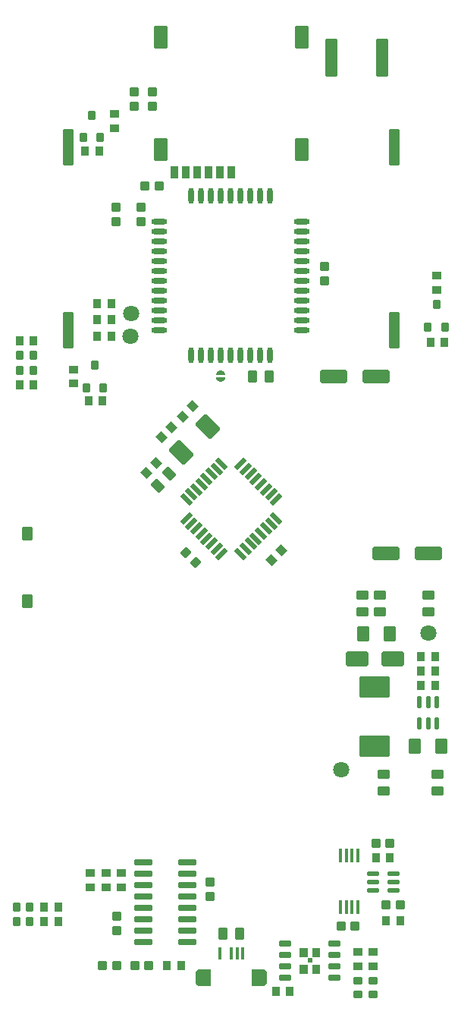
<source format=gbr>
G04*
G04 #@! TF.GenerationSoftware,Altium Limited,Altium Designer,23.0.1 (38)*
G04*
G04 Layer_Color=128*
%FSLAX25Y25*%
%MOIN*%
G70*
G04*
G04 #@! TF.SameCoordinates,5AACE2FC-F550-4568-A226-762E45A29E99*
G04*
G04*
G04 #@! TF.FilePolarity,Positive*
G04*
G01*
G75*
G04:AMPARAMS|DCode=18|XSize=41.34mil|YSize=31.5mil|CornerRadius=3.15mil|HoleSize=0mil|Usage=FLASHONLY|Rotation=0.000|XOffset=0mil|YOffset=0mil|HoleType=Round|Shape=RoundedRectangle|*
%AMROUNDEDRECTD18*
21,1,0.04134,0.02520,0,0,0.0*
21,1,0.03504,0.03150,0,0,0.0*
1,1,0.00630,0.01752,-0.01260*
1,1,0.00630,-0.01752,-0.01260*
1,1,0.00630,-0.01752,0.01260*
1,1,0.00630,0.01752,0.01260*
%
%ADD18ROUNDEDRECTD18*%
G04:AMPARAMS|DCode=20|XSize=53.15mil|YSize=165.35mil|CornerRadius=5.32mil|HoleSize=0mil|Usage=FLASHONLY|Rotation=180.000|XOffset=0mil|YOffset=0mil|HoleType=Round|Shape=RoundedRectangle|*
%AMROUNDEDRECTD20*
21,1,0.05315,0.15472,0,0,180.0*
21,1,0.04252,0.16535,0,0,180.0*
1,1,0.01063,-0.02126,0.07736*
1,1,0.01063,0.02126,0.07736*
1,1,0.01063,0.02126,-0.07736*
1,1,0.01063,-0.02126,-0.07736*
%
%ADD20ROUNDEDRECTD20*%
%ADD53C,0.07087*%
G04:AMPARAMS|DCode=63|XSize=35.43mil|YSize=39.37mil|CornerRadius=3.54mil|HoleSize=0mil|Usage=FLASHONLY|Rotation=90.000|XOffset=0mil|YOffset=0mil|HoleType=Round|Shape=RoundedRectangle|*
%AMROUNDEDRECTD63*
21,1,0.03543,0.03228,0,0,90.0*
21,1,0.02835,0.03937,0,0,90.0*
1,1,0.00709,0.01614,0.01417*
1,1,0.00709,0.01614,-0.01417*
1,1,0.00709,-0.01614,-0.01417*
1,1,0.00709,-0.01614,0.01417*
%
%ADD63ROUNDEDRECTD63*%
G04:AMPARAMS|DCode=64|XSize=35.43mil|YSize=39.37mil|CornerRadius=3.54mil|HoleSize=0mil|Usage=FLASHONLY|Rotation=0.000|XOffset=0mil|YOffset=0mil|HoleType=Round|Shape=RoundedRectangle|*
%AMROUNDEDRECTD64*
21,1,0.03543,0.03228,0,0,0.0*
21,1,0.02835,0.03937,0,0,0.0*
1,1,0.00709,0.01417,-0.01614*
1,1,0.00709,-0.01417,-0.01614*
1,1,0.00709,-0.01417,0.01614*
1,1,0.00709,0.01417,0.01614*
%
%ADD64ROUNDEDRECTD64*%
%ADD65O,0.07087X0.02362*%
%ADD66O,0.02362X0.07087*%
G04:AMPARAMS|DCode=67|XSize=35.43mil|YSize=39.37mil|CornerRadius=3.54mil|HoleSize=0mil|Usage=FLASHONLY|Rotation=135.000|XOffset=0mil|YOffset=0mil|HoleType=Round|Shape=RoundedRectangle|*
%AMROUNDEDRECTD67*
21,1,0.03543,0.03228,0,0,135.0*
21,1,0.02835,0.03937,0,0,135.0*
1,1,0.00709,0.00139,0.02144*
1,1,0.00709,0.02144,0.00139*
1,1,0.00709,-0.00139,-0.02144*
1,1,0.00709,-0.02144,-0.00139*
%
%ADD67ROUNDEDRECTD67*%
G04:AMPARAMS|DCode=68|XSize=39.37mil|YSize=55.12mil|CornerRadius=4.92mil|HoleSize=0mil|Usage=FLASHONLY|Rotation=90.000|XOffset=0mil|YOffset=0mil|HoleType=Round|Shape=RoundedRectangle|*
%AMROUNDEDRECTD68*
21,1,0.03937,0.04528,0,0,90.0*
21,1,0.02953,0.05512,0,0,90.0*
1,1,0.00984,0.02264,0.01476*
1,1,0.00984,0.02264,-0.01476*
1,1,0.00984,-0.02264,-0.01476*
1,1,0.00984,-0.02264,0.01476*
%
%ADD68ROUNDEDRECTD68*%
G04:AMPARAMS|DCode=69|XSize=51.18mil|YSize=66.93mil|CornerRadius=5.12mil|HoleSize=0mil|Usage=FLASHONLY|Rotation=0.000|XOffset=0mil|YOffset=0mil|HoleType=Round|Shape=RoundedRectangle|*
%AMROUNDEDRECTD69*
21,1,0.05118,0.05669,0,0,0.0*
21,1,0.04095,0.06693,0,0,0.0*
1,1,0.01024,0.02047,-0.02835*
1,1,0.01024,-0.02047,-0.02835*
1,1,0.01024,-0.02047,0.02835*
1,1,0.01024,0.02047,0.02835*
%
%ADD69ROUNDEDRECTD69*%
G04:AMPARAMS|DCode=70|XSize=118.11mil|YSize=59.06mil|CornerRadius=5.91mil|HoleSize=0mil|Usage=FLASHONLY|Rotation=0.000|XOffset=0mil|YOffset=0mil|HoleType=Round|Shape=RoundedRectangle|*
%AMROUNDEDRECTD70*
21,1,0.11811,0.04724,0,0,0.0*
21,1,0.10630,0.05906,0,0,0.0*
1,1,0.01181,0.05315,-0.02362*
1,1,0.01181,-0.05315,-0.02362*
1,1,0.01181,-0.05315,0.02362*
1,1,0.01181,0.05315,0.02362*
%
%ADD70ROUNDEDRECTD70*%
G04:AMPARAMS|DCode=71|XSize=37.01mil|YSize=40.16mil|CornerRadius=3.7mil|HoleSize=0mil|Usage=FLASHONLY|Rotation=270.000|XOffset=0mil|YOffset=0mil|HoleType=Round|Shape=RoundedRectangle|*
%AMROUNDEDRECTD71*
21,1,0.03701,0.03276,0,0,270.0*
21,1,0.02961,0.04016,0,0,270.0*
1,1,0.00740,-0.01638,-0.01480*
1,1,0.00740,-0.01638,0.01480*
1,1,0.00740,0.01638,0.01480*
1,1,0.00740,0.01638,-0.01480*
%
%ADD71ROUNDEDRECTD71*%
G04:AMPARAMS|DCode=72|XSize=37.4mil|YSize=35.43mil|CornerRadius=3.54mil|HoleSize=0mil|Usage=FLASHONLY|Rotation=90.000|XOffset=0mil|YOffset=0mil|HoleType=Round|Shape=RoundedRectangle|*
%AMROUNDEDRECTD72*
21,1,0.03740,0.02835,0,0,90.0*
21,1,0.03032,0.03543,0,0,90.0*
1,1,0.00709,0.01417,0.01516*
1,1,0.00709,0.01417,-0.01516*
1,1,0.00709,-0.01417,-0.01516*
1,1,0.00709,-0.01417,0.01516*
%
%ADD72ROUNDEDRECTD72*%
G04:AMPARAMS|DCode=73|XSize=37.01mil|YSize=40.16mil|CornerRadius=3.7mil|HoleSize=0mil|Usage=FLASHONLY|Rotation=180.000|XOffset=0mil|YOffset=0mil|HoleType=Round|Shape=RoundedRectangle|*
%AMROUNDEDRECTD73*
21,1,0.03701,0.03276,0,0,180.0*
21,1,0.02961,0.04016,0,0,180.0*
1,1,0.00740,-0.01480,0.01638*
1,1,0.00740,0.01480,0.01638*
1,1,0.00740,0.01480,-0.01638*
1,1,0.00740,-0.01480,-0.01638*
%
%ADD73ROUNDEDRECTD73*%
G04:AMPARAMS|DCode=74|XSize=41.34mil|YSize=31.5mil|CornerRadius=3.15mil|HoleSize=0mil|Usage=FLASHONLY|Rotation=270.000|XOffset=0mil|YOffset=0mil|HoleType=Round|Shape=RoundedRectangle|*
%AMROUNDEDRECTD74*
21,1,0.04134,0.02520,0,0,270.0*
21,1,0.03504,0.03150,0,0,270.0*
1,1,0.00630,-0.01260,-0.01752*
1,1,0.00630,-0.01260,0.01752*
1,1,0.00630,0.01260,0.01752*
1,1,0.00630,0.01260,-0.01752*
%
%ADD74ROUNDEDRECTD74*%
G04:AMPARAMS|DCode=75|XSize=59.06mil|YSize=47.24mil|CornerRadius=4.72mil|HoleSize=0mil|Usage=FLASHONLY|Rotation=90.000|XOffset=0mil|YOffset=0mil|HoleType=Round|Shape=RoundedRectangle|*
%AMROUNDEDRECTD75*
21,1,0.05906,0.03780,0,0,90.0*
21,1,0.04961,0.04724,0,0,90.0*
1,1,0.00945,0.01890,0.02480*
1,1,0.00945,0.01890,-0.02480*
1,1,0.00945,-0.01890,-0.02480*
1,1,0.00945,-0.01890,0.02480*
%
%ADD75ROUNDEDRECTD75*%
G04:AMPARAMS|DCode=76|XSize=66.93mil|YSize=94.49mil|CornerRadius=6.69mil|HoleSize=0mil|Usage=FLASHONLY|Rotation=45.000|XOffset=0mil|YOffset=0mil|HoleType=Round|Shape=RoundedRectangle|*
%AMROUNDEDRECTD76*
21,1,0.06693,0.08110,0,0,45.0*
21,1,0.05354,0.09449,0,0,45.0*
1,1,0.01339,0.04760,-0.00974*
1,1,0.01339,0.00974,-0.04760*
1,1,0.01339,-0.04760,0.00974*
1,1,0.01339,-0.00974,0.04760*
%
%ADD76ROUNDEDRECTD76*%
G04:AMPARAMS|DCode=77|XSize=37.01mil|YSize=40.16mil|CornerRadius=3.7mil|HoleSize=0mil|Usage=FLASHONLY|Rotation=45.000|XOffset=0mil|YOffset=0mil|HoleType=Round|Shape=RoundedRectangle|*
%AMROUNDEDRECTD77*
21,1,0.03701,0.03276,0,0,45.0*
21,1,0.02961,0.04016,0,0,45.0*
1,1,0.00740,0.02205,-0.00111*
1,1,0.00740,0.00111,-0.02205*
1,1,0.00740,-0.02205,0.00111*
1,1,0.00740,-0.00111,0.02205*
%
%ADD77ROUNDEDRECTD77*%
G04:AMPARAMS|DCode=78|XSize=39.37mil|YSize=55.12mil|CornerRadius=4.92mil|HoleSize=0mil|Usage=FLASHONLY|Rotation=45.000|XOffset=0mil|YOffset=0mil|HoleType=Round|Shape=RoundedRectangle|*
%AMROUNDEDRECTD78*
21,1,0.03937,0.04528,0,0,45.0*
21,1,0.02953,0.05512,0,0,45.0*
1,1,0.00984,0.02645,-0.00557*
1,1,0.00984,0.00557,-0.02645*
1,1,0.00984,-0.02645,0.00557*
1,1,0.00984,-0.00557,0.02645*
%
%ADD78ROUNDEDRECTD78*%
G04:AMPARAMS|DCode=79|XSize=39.37mil|YSize=55.12mil|CornerRadius=4.92mil|HoleSize=0mil|Usage=FLASHONLY|Rotation=0.000|XOffset=0mil|YOffset=0mil|HoleType=Round|Shape=RoundedRectangle|*
%AMROUNDEDRECTD79*
21,1,0.03937,0.04528,0,0,0.0*
21,1,0.02953,0.05512,0,0,0.0*
1,1,0.00984,0.01476,-0.02264*
1,1,0.00984,-0.01476,-0.02264*
1,1,0.00984,-0.01476,0.02264*
1,1,0.00984,0.01476,0.02264*
%
%ADD79ROUNDEDRECTD79*%
G04:AMPARAMS|DCode=80|XSize=59.06mil|YSize=21.65mil|CornerRadius=3.25mil|HoleSize=0mil|Usage=FLASHONLY|Rotation=315.000|XOffset=0mil|YOffset=0mil|HoleType=Round|Shape=RoundedRectangle|*
%AMROUNDEDRECTD80*
21,1,0.05906,0.01516,0,0,315.0*
21,1,0.05256,0.02165,0,0,315.0*
1,1,0.00650,0.01322,-0.02394*
1,1,0.00650,-0.02394,0.01322*
1,1,0.00650,-0.01322,0.02394*
1,1,0.00650,0.02394,-0.01322*
%
%ADD80ROUNDEDRECTD80*%
G04:AMPARAMS|DCode=81|XSize=21.65mil|YSize=59.06mil|CornerRadius=3.25mil|HoleSize=0mil|Usage=FLASHONLY|Rotation=315.000|XOffset=0mil|YOffset=0mil|HoleType=Round|Shape=RoundedRectangle|*
%AMROUNDEDRECTD81*
21,1,0.02165,0.05256,0,0,315.0*
21,1,0.01516,0.05906,0,0,315.0*
1,1,0.00650,-0.01322,-0.02394*
1,1,0.00650,-0.02394,-0.01322*
1,1,0.00650,0.01322,0.02394*
1,1,0.00650,0.02394,0.01322*
%
%ADD81ROUNDEDRECTD81*%
G04:AMPARAMS|DCode=82|XSize=98.43mil|YSize=66.93mil|CornerRadius=9.71mil|HoleSize=0mil|Usage=FLASHONLY|Rotation=0.000|XOffset=0mil|YOffset=0mil|HoleType=Round|Shape=RoundedRectangle|*
%AMROUNDEDRECTD82*
21,1,0.09843,0.04752,0,0,0.0*
21,1,0.07902,0.06693,0,0,0.0*
1,1,0.01941,0.03951,-0.02376*
1,1,0.01941,-0.03951,-0.02376*
1,1,0.01941,-0.03951,0.02376*
1,1,0.01941,0.03951,0.02376*
%
%ADD82ROUNDEDRECTD82*%
G04:AMPARAMS|DCode=83|XSize=95.43mil|YSize=134.65mil|CornerRadius=9.54mil|HoleSize=0mil|Usage=FLASHONLY|Rotation=270.000|XOffset=0mil|YOffset=0mil|HoleType=Round|Shape=RoundedRectangle|*
%AMROUNDEDRECTD83*
21,1,0.09543,0.11556,0,0,270.0*
21,1,0.07635,0.13465,0,0,270.0*
1,1,0.01909,-0.05778,-0.03817*
1,1,0.01909,-0.05778,0.03817*
1,1,0.01909,0.05778,0.03817*
1,1,0.01909,0.05778,-0.03817*
%
%ADD83ROUNDEDRECTD83*%
G04:AMPARAMS|DCode=84|XSize=53.94mil|YSize=23.23mil|CornerRadius=5.81mil|HoleSize=0mil|Usage=FLASHONLY|Rotation=270.000|XOffset=0mil|YOffset=0mil|HoleType=Round|Shape=RoundedRectangle|*
%AMROUNDEDRECTD84*
21,1,0.05394,0.01161,0,0,270.0*
21,1,0.04232,0.02323,0,0,270.0*
1,1,0.01161,-0.00581,-0.02116*
1,1,0.01161,-0.00581,0.02116*
1,1,0.01161,0.00581,0.02116*
1,1,0.01161,0.00581,-0.02116*
%
%ADD84ROUNDEDRECTD84*%
G04:AMPARAMS|DCode=85|XSize=61.42mil|YSize=15.75mil|CornerRadius=1.97mil|HoleSize=0mil|Usage=FLASHONLY|Rotation=90.000|XOffset=0mil|YOffset=0mil|HoleType=Round|Shape=RoundedRectangle|*
%AMROUNDEDRECTD85*
21,1,0.06142,0.01181,0,0,90.0*
21,1,0.05748,0.01575,0,0,90.0*
1,1,0.00394,0.00591,0.02874*
1,1,0.00394,0.00591,-0.02874*
1,1,0.00394,-0.00591,-0.02874*
1,1,0.00394,-0.00591,0.02874*
%
%ADD85ROUNDEDRECTD85*%
G04:AMPARAMS|DCode=86|XSize=53.94mil|YSize=23.23mil|CornerRadius=5.81mil|HoleSize=0mil|Usage=FLASHONLY|Rotation=180.000|XOffset=0mil|YOffset=0mil|HoleType=Round|Shape=RoundedRectangle|*
%AMROUNDEDRECTD86*
21,1,0.05394,0.01161,0,0,180.0*
21,1,0.04232,0.02323,0,0,180.0*
1,1,0.01161,-0.02116,0.00581*
1,1,0.01161,0.02116,0.00581*
1,1,0.01161,0.02116,-0.00581*
1,1,0.01161,-0.02116,-0.00581*
%
%ADD86ROUNDEDRECTD86*%
%ADD87R,0.01968X0.01968*%
G04:AMPARAMS|DCode=88|XSize=51.18mil|YSize=27.56mil|CornerRadius=2.76mil|HoleSize=0mil|Usage=FLASHONLY|Rotation=0.000|XOffset=0mil|YOffset=0mil|HoleType=Round|Shape=RoundedRectangle|*
%AMROUNDEDRECTD88*
21,1,0.05118,0.02205,0,0,0.0*
21,1,0.04567,0.02756,0,0,0.0*
1,1,0.00551,0.02284,-0.01102*
1,1,0.00551,-0.02284,-0.01102*
1,1,0.00551,-0.02284,0.01102*
1,1,0.00551,0.02284,0.01102*
%
%ADD88ROUNDEDRECTD88*%
G04:AMPARAMS|DCode=89|XSize=77.56mil|YSize=23.62mil|CornerRadius=2.95mil|HoleSize=0mil|Usage=FLASHONLY|Rotation=180.000|XOffset=0mil|YOffset=0mil|HoleType=Round|Shape=RoundedRectangle|*
%AMROUNDEDRECTD89*
21,1,0.07756,0.01772,0,0,180.0*
21,1,0.07165,0.02362,0,0,180.0*
1,1,0.00591,-0.03583,0.00886*
1,1,0.00591,0.03583,0.00886*
1,1,0.00591,0.03583,-0.00886*
1,1,0.00591,-0.03583,-0.00886*
%
%ADD89ROUNDEDRECTD89*%
G04:AMPARAMS|DCode=90|XSize=15.75mil|YSize=53.15mil|CornerRadius=1.58mil|HoleSize=0mil|Usage=FLASHONLY|Rotation=180.000|XOffset=0mil|YOffset=0mil|HoleType=Round|Shape=RoundedRectangle|*
%AMROUNDEDRECTD90*
21,1,0.01575,0.05000,0,0,180.0*
21,1,0.01260,0.05315,0,0,180.0*
1,1,0.00315,-0.00630,0.02500*
1,1,0.00315,0.00630,0.02500*
1,1,0.00315,0.00630,-0.02500*
1,1,0.00315,-0.00630,-0.02500*
%
%ADD90ROUNDEDRECTD90*%
G04:AMPARAMS|DCode=91|XSize=157.48mil|YSize=47.24mil|CornerRadius=4.72mil|HoleSize=0mil|Usage=FLASHONLY|Rotation=90.000|XOffset=0mil|YOffset=0mil|HoleType=Round|Shape=RoundedRectangle|*
%AMROUNDEDRECTD91*
21,1,0.15748,0.03780,0,0,90.0*
21,1,0.14803,0.04724,0,0,90.0*
1,1,0.00945,0.01890,0.07402*
1,1,0.00945,0.01890,-0.07402*
1,1,0.00945,-0.01890,-0.07402*
1,1,0.00945,-0.01890,0.07402*
%
%ADD91ROUNDEDRECTD91*%
G04:AMPARAMS|DCode=92|XSize=61.02mil|YSize=102.36mil|CornerRadius=6.1mil|HoleSize=0mil|Usage=FLASHONLY|Rotation=0.000|XOffset=0mil|YOffset=0mil|HoleType=Round|Shape=RoundedRectangle|*
%AMROUNDEDRECTD92*
21,1,0.06102,0.09016,0,0,0.0*
21,1,0.04882,0.10236,0,0,0.0*
1,1,0.01221,0.02441,-0.04508*
1,1,0.01221,-0.02441,-0.04508*
1,1,0.01221,-0.02441,0.04508*
1,1,0.01221,0.02441,0.04508*
%
%ADD92ROUNDEDRECTD92*%
G04:AMPARAMS|DCode=93|XSize=35.43mil|YSize=53.15mil|CornerRadius=3.54mil|HoleSize=0mil|Usage=FLASHONLY|Rotation=0.000|XOffset=0mil|YOffset=0mil|HoleType=Round|Shape=RoundedRectangle|*
%AMROUNDEDRECTD93*
21,1,0.03543,0.04606,0,0,0.0*
21,1,0.02835,0.05315,0,0,0.0*
1,1,0.00709,0.01417,-0.02303*
1,1,0.00709,-0.01417,-0.02303*
1,1,0.00709,-0.01417,0.02303*
1,1,0.00709,0.01417,0.02303*
%
%ADD93ROUNDEDRECTD93*%
G36*
X427444Y633192D02*
X427803Y633044D01*
X428125Y632828D01*
X428399Y632554D01*
X428615Y632232D01*
X428763Y631873D01*
X428839Y631493D01*
Y631299D01*
X424902D01*
Y631299D01*
X424902Y631493D01*
X424977Y631873D01*
X425126Y632232D01*
X425341Y632554D01*
X425615Y632828D01*
X425938Y633044D01*
X426296Y633192D01*
X426676Y633268D01*
X427064Y633268D01*
X427444Y633192D01*
D02*
G37*
G36*
X428839Y630315D02*
Y630121D01*
X428763Y629741D01*
X428615Y629383D01*
X428399Y629060D01*
X428125Y628786D01*
X427803Y628571D01*
X427444Y628422D01*
X427064Y628346D01*
X426676Y628346D01*
X426296Y628422D01*
X425938Y628571D01*
X425615Y628786D01*
X425341Y629060D01*
X425126Y629383D01*
X424977Y629741D01*
X424902Y630121D01*
Y630315D01*
X428839D01*
Y630315D01*
D02*
G37*
G36*
X470524Y375592D02*
X467024D01*
X467024Y379592D01*
X470524D01*
Y375592D01*
D02*
G37*
G36*
X465024D02*
X461524D01*
Y379592D01*
X465024D01*
X465024Y375592D01*
D02*
G37*
G36*
X470524Y368092D02*
X467024D01*
X467024Y372092D01*
X470524D01*
Y368092D01*
D02*
G37*
G36*
X465024Y372092D02*
X465024Y368092D01*
X461524D01*
Y372092D01*
X465024Y372092D01*
D02*
G37*
G36*
X445373Y370313D02*
X445471Y370305D01*
X445568Y370293D01*
X445664Y370275D01*
X445760Y370252D01*
X445854Y370224D01*
X445946Y370192D01*
X446036Y370154D01*
X446125Y370112D01*
X446211Y370065D01*
X446294Y370014D01*
X446375Y369959D01*
X446453Y369899D01*
X446527Y369835D01*
X446598Y369768D01*
X446665Y369697D01*
X446729Y369623D01*
X446789Y369545D01*
X446844Y369464D01*
X446895Y369381D01*
X446942Y369295D01*
X446984Y369206D01*
X447021Y369116D01*
X447054Y369024D01*
X447082Y368930D01*
X447105Y368834D01*
X447123Y368738D01*
X447135Y368641D01*
X447143Y368544D01*
X447146Y368446D01*
Y364705D01*
X447143Y364608D01*
X447135Y364510D01*
X447123Y364413D01*
X447105Y364317D01*
X447082Y364222D01*
X447054Y364128D01*
X447021Y364035D01*
X446984Y363945D01*
X446942Y363857D01*
X446895Y363771D01*
X446844Y363687D01*
X446789Y363606D01*
X446729Y363529D01*
X446665Y363454D01*
X446598Y363383D01*
X446527Y363316D01*
X446453Y363252D01*
X446375Y363193D01*
X446294Y363137D01*
X446211Y363086D01*
X446125Y363039D01*
X446036Y362997D01*
X445946Y362960D01*
X445854Y362927D01*
X445760Y362899D01*
X445664Y362876D01*
X445568Y362859D01*
X445471Y362846D01*
X445373Y362838D01*
X445276Y362835D01*
X440551D01*
Y370316D01*
X445276D01*
X445373Y370313D01*
D02*
G37*
G36*
X422441Y362835D02*
X417717D01*
X417619Y362838D01*
X417521Y362846D01*
X417424Y362859D01*
X417328Y362876D01*
X417233Y362899D01*
X417139Y362927D01*
X417046Y362960D01*
X416956Y362997D01*
X416867Y363039D01*
X416782Y363086D01*
X416698Y363137D01*
X416617Y363193D01*
X416540Y363252D01*
X416465Y363316D01*
X416394Y363383D01*
X416327Y363454D01*
X416263Y363529D01*
X416204Y363606D01*
X416148Y363687D01*
X416097Y363771D01*
X416050Y363857D01*
X416008Y363945D01*
X415971Y364035D01*
X415938Y364128D01*
X415910Y364222D01*
X415887Y364317D01*
X415870Y364413D01*
X415857Y364510D01*
X415849Y364608D01*
X415846Y364705D01*
Y368446D01*
X415849Y368544D01*
X415857Y368641D01*
X415870Y368738D01*
X415887Y368834D01*
X415910Y368930D01*
X415938Y369024D01*
X415971Y369116D01*
X416008Y369206D01*
X416050Y369295D01*
X416097Y369381D01*
X416148Y369464D01*
X416204Y369545D01*
X416263Y369623D01*
X416327Y369697D01*
X416394Y369768D01*
X416465Y369835D01*
X416540Y369899D01*
X416617Y369959D01*
X416698Y370014D01*
X416782Y370065D01*
X416867Y370112D01*
X416956Y370154D01*
X417046Y370192D01*
X417139Y370224D01*
X417233Y370252D01*
X417328Y370275D01*
X417424Y370293D01*
X417521Y370305D01*
X417619Y370313D01*
X417717Y370316D01*
X422441D01*
Y362835D01*
D02*
G37*
D18*
X487304Y365284D02*
D03*
Y359379D02*
D03*
X493779D02*
D03*
Y365284D02*
D03*
D20*
X475492Y770472D02*
D03*
X497736D02*
D03*
D53*
X479764Y457972D02*
D03*
X387367Y658219D02*
D03*
X387286Y648320D02*
D03*
X518110Y518012D02*
D03*
D63*
X362205Y633720D02*
D03*
Y627500D02*
D03*
X383201Y412520D02*
D03*
Y406299D02*
D03*
X380315Y745827D02*
D03*
Y739606D02*
D03*
X521752Y674961D02*
D03*
X521752Y668740D02*
D03*
X487304Y377874D02*
D03*
Y371654D02*
D03*
X493779Y377874D02*
D03*
Y371654D02*
D03*
X369587Y412520D02*
D03*
Y406299D02*
D03*
X376394Y412520D02*
D03*
X376394Y406299D02*
D03*
D64*
X344634Y646096D02*
D03*
X338414Y646096D02*
D03*
X403346Y372047D02*
D03*
X409567D02*
D03*
X373484Y729429D02*
D03*
X367264D02*
D03*
X338414Y627072D02*
D03*
X344634Y627072D02*
D03*
X368740Y619783D02*
D03*
X374961D02*
D03*
X372501Y662697D02*
D03*
X378721D02*
D03*
X372501Y655509D02*
D03*
X378721D02*
D03*
X378721Y648320D02*
D03*
X372501D02*
D03*
X525256Y645472D02*
D03*
X519035D02*
D03*
X514803Y507480D02*
D03*
X521024Y507480D02*
D03*
X521024Y501132D02*
D03*
X514803D02*
D03*
X514803Y494783D02*
D03*
X521024Y494783D02*
D03*
X501339Y419168D02*
D03*
X495118D02*
D03*
X499469Y391669D02*
D03*
X505689D02*
D03*
X457244Y360630D02*
D03*
X451024D02*
D03*
X355472Y397548D02*
D03*
X349252Y397549D02*
D03*
X355472Y391276D02*
D03*
X349252Y391276D02*
D03*
D65*
X399897Y650978D02*
D03*
Y655308D02*
D03*
Y659639D02*
D03*
Y663970D02*
D03*
Y668301D02*
D03*
Y672631D02*
D03*
Y676962D02*
D03*
Y681293D02*
D03*
Y685624D02*
D03*
Y689954D02*
D03*
Y694285D02*
D03*
Y698616D02*
D03*
X462495D02*
D03*
Y694285D02*
D03*
Y689954D02*
D03*
Y685624D02*
D03*
Y681293D02*
D03*
Y676962D02*
D03*
Y672631D02*
D03*
Y668301D02*
D03*
Y663970D02*
D03*
Y659639D02*
D03*
Y655308D02*
D03*
Y650978D02*
D03*
D66*
X413873Y709836D02*
D03*
X418204D02*
D03*
X422535D02*
D03*
X426865D02*
D03*
X431196D02*
D03*
X435527D02*
D03*
X439857D02*
D03*
X444188D02*
D03*
X448519D02*
D03*
Y639757D02*
D03*
X444188D02*
D03*
X439857D02*
D03*
X435527D02*
D03*
X431196D02*
D03*
X426865D02*
D03*
X422535D02*
D03*
X418204D02*
D03*
X413873D02*
D03*
D67*
X411614Y553150D02*
D03*
X416013Y548751D02*
D03*
D68*
X498514Y448484D02*
D03*
Y455847D02*
D03*
X496735Y534685D02*
D03*
Y527323D02*
D03*
X518110D02*
D03*
Y534685D02*
D03*
X489075D02*
D03*
Y527323D02*
D03*
X522047Y448484D02*
D03*
Y455847D02*
D03*
D69*
X489428Y517743D02*
D03*
X501239Y517743D02*
D03*
X512146Y468307D02*
D03*
X523957Y468307D02*
D03*
D70*
X476548Y630610D02*
D03*
X495052D02*
D03*
X518047Y552930D02*
D03*
X499543D02*
D03*
D71*
X388878Y749303D02*
D03*
X388878Y755524D02*
D03*
X396752Y749303D02*
D03*
Y755524D02*
D03*
X380906Y704783D02*
D03*
Y698563D02*
D03*
X391732Y698555D02*
D03*
Y704776D02*
D03*
X472677Y678852D02*
D03*
X472677Y672631D02*
D03*
X422247Y402244D02*
D03*
Y408465D02*
D03*
X381201Y393561D02*
D03*
Y387340D02*
D03*
D72*
X374016Y735433D02*
D03*
X370276Y745276D02*
D03*
X366535Y735433D02*
D03*
X375295Y625689D02*
D03*
X371555Y635532D02*
D03*
X367815Y625689D02*
D03*
X525492Y652264D02*
D03*
X521752Y662106D02*
D03*
X518012Y652264D02*
D03*
D73*
X393642Y714156D02*
D03*
X399862D02*
D03*
X495118Y425565D02*
D03*
X501339D02*
D03*
X499665Y398559D02*
D03*
X505886D02*
D03*
X479764Y389370D02*
D03*
X485984D02*
D03*
X381088Y372047D02*
D03*
X374868D02*
D03*
X395335D02*
D03*
X389114D02*
D03*
D74*
X338571Y633387D02*
D03*
X344477Y633387D02*
D03*
X344477Y639877D02*
D03*
X338571D02*
D03*
X337107Y391275D02*
D03*
X343012Y391275D02*
D03*
X343012Y397548D02*
D03*
X337107Y397548D02*
D03*
D75*
X341732Y561502D02*
D03*
Y532002D02*
D03*
D76*
X421061Y608660D02*
D03*
X409647Y597246D02*
D03*
D77*
X414601Y617455D02*
D03*
X410202Y613057D02*
D03*
X400886Y603839D02*
D03*
X405284Y608237D02*
D03*
X398459Y592652D02*
D03*
X394061Y588253D02*
D03*
X453461Y554210D02*
D03*
X449062Y549811D02*
D03*
D78*
X399068Y582594D02*
D03*
X404274Y587800D02*
D03*
D79*
X440899Y630610D02*
D03*
X448261D02*
D03*
X427815Y385866D02*
D03*
X435177D02*
D03*
D80*
X411730Y576617D02*
D03*
X413958Y578844D02*
D03*
X416185Y581071D02*
D03*
X418412Y583298D02*
D03*
X420639Y585525D02*
D03*
X422866Y587752D02*
D03*
X425093Y589979D02*
D03*
X427320Y592206D02*
D03*
X451262Y568265D02*
D03*
X449035Y566038D02*
D03*
X446807Y563811D02*
D03*
X444580Y561584D02*
D03*
X442353Y559357D02*
D03*
X440126Y557130D02*
D03*
X437899Y554903D02*
D03*
X435672Y552675D02*
D03*
D81*
Y592206D02*
D03*
X437899Y589979D02*
D03*
X440126Y587752D02*
D03*
X442353Y585525D02*
D03*
X444580Y583298D02*
D03*
X446807Y581071D02*
D03*
X449035Y578844D02*
D03*
X451262Y576617D02*
D03*
X427320Y552675D02*
D03*
X425093Y554903D02*
D03*
X422866Y557130D02*
D03*
X420639Y559357D02*
D03*
X418412Y561584D02*
D03*
X416185Y563811D02*
D03*
X413958Y566038D02*
D03*
X411730Y568265D02*
D03*
D82*
X502658Y506595D02*
D03*
X486909D02*
D03*
D83*
X494685Y468307D02*
D03*
Y494118D02*
D03*
D84*
X514311Y487579D02*
D03*
X518051Y487579D02*
D03*
X521791Y487579D02*
D03*
Y478366D02*
D03*
X518051Y478366D02*
D03*
X514311Y478366D02*
D03*
D85*
X487205Y420394D02*
D03*
X484646D02*
D03*
X482087D02*
D03*
X479528D02*
D03*
X479528Y397717D02*
D03*
X482087D02*
D03*
X484646D02*
D03*
X487205D02*
D03*
D86*
X502972Y404823D02*
D03*
X502973Y408563D02*
D03*
X502972Y412303D02*
D03*
X493760D02*
D03*
X493760Y408563D02*
D03*
X493760Y404823D02*
D03*
D87*
X466024Y374092D02*
D03*
D88*
X455197Y381592D02*
D03*
Y376592D02*
D03*
Y366592D02*
D03*
Y371592D02*
D03*
X476850Y381592D02*
D03*
Y376592D02*
D03*
Y366592D02*
D03*
Y371592D02*
D03*
D89*
X392717Y417244D02*
D03*
Y412244D02*
D03*
Y407244D02*
D03*
Y402244D02*
D03*
Y397244D02*
D03*
Y392244D02*
D03*
Y387244D02*
D03*
Y382244D02*
D03*
X412205Y382244D02*
D03*
Y387244D02*
D03*
X412205Y392244D02*
D03*
X412205Y397244D02*
D03*
Y402244D02*
D03*
Y407244D02*
D03*
Y412244D02*
D03*
X412205Y417244D02*
D03*
D90*
X426378Y377107D02*
D03*
X431496Y377107D02*
D03*
X434055Y377107D02*
D03*
X436614D02*
D03*
D91*
X359842Y650984D02*
D03*
X503150D02*
D03*
Y731299D02*
D03*
X359842D02*
D03*
D92*
X400394Y730203D02*
D03*
Y779494D02*
D03*
X462598D02*
D03*
Y730203D02*
D03*
D93*
X431540Y720360D02*
D03*
X421540D02*
D03*
X411540D02*
D03*
X426540Y720360D02*
D03*
X416540Y720360D02*
D03*
X406540D02*
D03*
M02*

</source>
